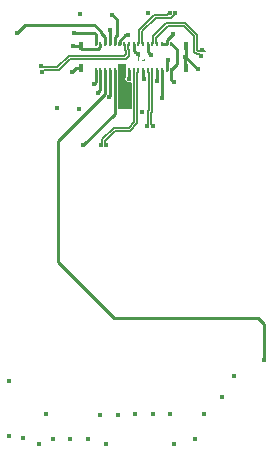
<source format=gbl>
G04*
G04 #@! TF.GenerationSoftware,Altium Limited,Altium Designer,22.10.1 (41)*
G04*
G04 Layer_Physical_Order=6*
G04 Layer_Color=16711680*
%FSLAX25Y25*%
%MOIN*%
G70*
G04*
G04 #@! TF.SameCoordinates,B1027B8B-ED15-4388-B4B1-B9FDCE3A8B77*
G04*
G04*
G04 #@! TF.FilePolarity,Positive*
G04*
G01*
G75*
%ADD26C,0.00546*%
%ADD28C,0.00882*%
%ADD29C,0.01500*%
%ADD33R,0.01220X0.02953*%
%ADD34R,0.01000X0.01800*%
G36*
X98284Y142003D02*
X98314Y141958D01*
X98350Y141914D01*
X98383Y141875D01*
X98417Y141842D01*
X98442Y141814D01*
X98453Y141806D01*
X98461Y141798D01*
X98464Y141795D01*
X98466Y141792D01*
X98525Y141745D01*
X98583Y141701D01*
X98638Y141662D01*
X98694Y141632D01*
X98741Y141604D01*
X98760Y141593D01*
X98777Y141585D01*
X98791Y141576D01*
X98802Y141574D01*
X98807Y141568D01*
X98810D01*
Y141341D01*
X98769Y141357D01*
X98727Y141377D01*
X98685Y141396D01*
X98647Y141416D01*
X98613Y141432D01*
X98586Y141446D01*
X98569Y141457D01*
X98566Y141460D01*
X98563D01*
X98514Y141490D01*
X98469Y141521D01*
X98431Y141549D01*
X98400Y141574D01*
X98372Y141593D01*
X98356Y141610D01*
X98342Y141621D01*
X98339Y141623D01*
Y140125D01*
X98104D01*
Y142050D01*
X98256D01*
X98284Y142003D01*
D02*
G37*
G36*
X99563Y140720D02*
Y140662D01*
X99569Y140612D01*
X99572Y140571D01*
X99577Y140538D01*
X99583Y140513D01*
X99586Y140493D01*
X99591Y140482D01*
Y140479D01*
X99602Y140452D01*
X99616Y140429D01*
X99633Y140410D01*
X99647Y140391D01*
X99663Y140380D01*
X99674Y140368D01*
X99683Y140363D01*
X99685Y140360D01*
X99713Y140346D01*
X99741Y140335D01*
X99768Y140330D01*
X99793Y140324D01*
X99818Y140321D01*
X99835Y140319D01*
X99852D01*
X99896Y140321D01*
X99937Y140332D01*
X99971Y140344D01*
X100001Y140360D01*
X100023Y140374D01*
X100040Y140388D01*
X100051Y140396D01*
X100054Y140399D01*
X100068Y140416D01*
X100079Y140435D01*
X100095Y140479D01*
X100112Y140529D01*
X100120Y140579D01*
X100128Y140626D01*
Y140646D01*
X100131Y140662D01*
X100134Y140679D01*
Y140690D01*
Y140695D01*
Y140698D01*
X100364Y140665D01*
Y140612D01*
X100361Y140565D01*
X100353Y140518D01*
X100347Y140477D01*
X100336Y140438D01*
X100325Y140404D01*
X100314Y140371D01*
X100303Y140344D01*
X100289Y140319D01*
X100278Y140296D01*
X100267Y140277D01*
X100256Y140263D01*
X100248Y140252D01*
X100242Y140241D01*
X100239Y140238D01*
X100237Y140235D01*
X100209Y140211D01*
X100181Y140188D01*
X100151Y140169D01*
X100118Y140152D01*
X100054Y140128D01*
X99993Y140111D01*
X99935Y140100D01*
X99913Y140097D01*
X99890Y140094D01*
X99874Y140092D01*
X99849D01*
X99788Y140094D01*
X99732Y140103D01*
X99683Y140114D01*
X99638Y140128D01*
X99602Y140139D01*
X99577Y140150D01*
X99561Y140158D01*
X99555Y140161D01*
X99511Y140188D01*
X99472Y140222D01*
X99442Y140255D01*
X99414Y140285D01*
X99395Y140316D01*
X99381Y140338D01*
X99372Y140355D01*
X99370Y140357D01*
Y140360D01*
X99350Y140416D01*
X99334Y140474D01*
X99322Y140538D01*
X99317Y140598D01*
X99311Y140651D01*
Y140673D01*
X99309Y140695D01*
Y140712D01*
Y140723D01*
Y140731D01*
Y140734D01*
Y142042D01*
X99563D01*
Y140720D01*
D02*
G37*
G36*
X94000Y134791D02*
X93850Y134429D01*
Y133971D01*
X94000Y133609D01*
Y133300D01*
X94274D01*
X94349Y133225D01*
X94771Y133050D01*
X95229D01*
X95500Y133162D01*
X95905Y132966D01*
X96000Y132870D01*
Y124000D01*
X91500D01*
Y139000D01*
X94000D01*
Y134791D01*
D02*
G37*
D26*
X118997Y141733D02*
X119233D01*
X117757Y143659D02*
Y148734D01*
X118077Y143340D02*
X120297D01*
X116711Y143226D02*
Y148301D01*
X117644Y142294D02*
X118437D01*
X119737Y143900D02*
X120297Y143340D01*
X116711Y143226D02*
X117644Y142294D01*
X119500Y143900D02*
X119737D01*
X118437Y142294D02*
X118997Y141733D01*
X117757Y143659D02*
X118077Y143340D01*
X113792Y152700D02*
X117757Y148734D01*
X113358Y151654D02*
X116711Y148301D01*
X104210Y147870D02*
X107994Y151654D01*
X103165Y148303D02*
X107561Y152700D01*
X107994Y151654D02*
X113358D01*
X107561Y152700D02*
X113792D01*
X71673Y136994D02*
X75379Y140700D01*
X94000D02*
X95206Y141906D01*
X74946Y141746D02*
X93567D01*
X94160Y142340D01*
X75379Y140700D02*
X94000D01*
X71240Y138040D02*
X74946Y141746D01*
X94160Y142340D02*
Y143331D01*
X95206Y141906D02*
Y143764D01*
X104248Y146010D02*
X104475Y145783D01*
X104248Y146010D02*
Y146692D01*
X104210Y146730D02*
X104248Y146692D01*
X104210Y146730D02*
Y147870D01*
X102900Y145783D02*
X103127Y146010D01*
Y146692D01*
X103165Y146730D01*
Y148303D01*
X99485Y149986D02*
X103977Y154477D01*
X98440Y150419D02*
X103544Y155523D01*
X103977Y154477D02*
X107865D01*
X99485Y146730D02*
Y149986D01*
X98440Y146730D02*
Y150419D01*
X103544Y155523D02*
X107865D01*
X101590Y123699D02*
Y136253D01*
X101552Y136291D02*
X101590Y136253D01*
X101527Y123637D02*
X101590Y123699D01*
X101325Y137200D02*
X101552Y136973D01*
Y136291D02*
Y136973D01*
X101527Y119185D02*
Y123637D01*
X101100Y118758D02*
X101527Y119185D01*
X101100Y118500D02*
Y118758D01*
X102673Y136291D02*
Y136973D01*
X102900Y137200D01*
X102636Y136253D02*
X102673Y136291D01*
X102636Y123266D02*
Y136253D01*
X102573Y119185D02*
Y123204D01*
X103000Y118500D02*
Y118758D01*
X102573Y119185D02*
X103000Y118758D01*
X102573Y123204D02*
X102636Y123266D01*
X107865Y154477D02*
X109089D01*
X107865Y155523D02*
X108342Y156000D01*
X110500Y155888D02*
Y156000D01*
X108342D02*
X108600D01*
X109089Y154477D02*
X110500Y155888D01*
X98402Y146692D02*
X98440Y146730D01*
X99523Y146010D02*
Y146692D01*
X99485Y146730D02*
X99523Y146692D01*
X93677Y144874D02*
X93714Y144836D01*
X93677Y144874D02*
Y145556D01*
X93450Y145783D02*
X93677Y145556D01*
X93714Y143777D02*
X94160Y143331D01*
X94761Y144210D02*
Y144836D01*
Y144210D02*
X95206Y143764D01*
X93714Y143777D02*
Y144836D01*
X94798Y145556D02*
X95025Y145783D01*
X94798Y144874D02*
Y145556D01*
X94761Y144836D02*
X94798Y144874D01*
X65936Y138600D02*
X66497Y138040D01*
X65700Y138600D02*
X65936D01*
X66203Y136433D02*
X66763Y136994D01*
X65967Y136433D02*
X66203D01*
X66763Y136994D02*
X71673D01*
X66497Y138040D02*
X71240D01*
X98175Y145783D02*
X98402Y146010D01*
Y146692D01*
X99523Y146010D02*
X99750Y145783D01*
X96864Y119723D02*
Y136253D01*
X97910Y119290D02*
Y136253D01*
X95439Y116818D02*
X97910Y119290D01*
X95005Y117864D02*
X96864Y119723D01*
X87073Y113523D02*
X90368Y116818D01*
X87500Y112100D02*
Y112358D01*
X85600D02*
X86027Y112785D01*
X85600Y112100D02*
Y112358D01*
X89934Y117864D02*
X95005D01*
X86027Y113956D02*
X89934Y117864D01*
X90368Y116818D02*
X95439D01*
X87073Y112785D02*
Y113523D01*
X86027Y112785D02*
Y113956D01*
X87073Y112785D02*
X87500Y112358D01*
X97948Y136973D02*
X98175Y137200D01*
X96827Y136291D02*
X96864Y136253D01*
X97910D02*
X97948Y136291D01*
Y136973D01*
X96600Y137200D02*
X96827Y136973D01*
Y136291D02*
Y136973D01*
D28*
X107684Y147184D02*
X109700Y149200D01*
X107625Y145783D02*
X107684Y145842D01*
Y147184D01*
X113932Y145101D02*
X113964Y145133D01*
X113900Y141600D02*
X113932Y141632D01*
X113900Y141600D02*
X118000Y137500D01*
X113900Y137914D02*
X113964Y137849D01*
X113932Y141632D02*
Y145101D01*
X113900Y137914D02*
Y141600D01*
X94582Y148691D02*
X94700Y148809D01*
X91934Y146856D02*
X93768Y148691D01*
X91934Y145842D02*
Y146856D01*
X93768Y148691D02*
X94582D01*
X91875Y145783D02*
X91934Y145842D01*
X83483Y149600D02*
X84000Y149083D01*
X76700Y149600D02*
X83483D01*
X84000Y145783D02*
Y149083D01*
X83531Y152282D02*
X85800Y150013D01*
X90300Y147983D02*
X90817Y148500D01*
X90300Y145783D02*
Y147983D01*
X90817Y148500D02*
X91000D01*
Y154000D01*
X89500Y155500D02*
X91000Y154000D01*
X85575Y130542D02*
Y137200D01*
X84700Y129500D02*
Y129667D01*
X85575Y130542D01*
X83500Y132500D02*
X84000Y133000D01*
Y137200D01*
X95000Y134200D02*
X95012Y134213D01*
Y137188D02*
X95025Y137200D01*
X95012Y134213D02*
Y137188D01*
X109200Y145783D02*
X111000Y143983D01*
X109200Y133800D02*
Y137200D01*
X111000Y139000D02*
Y143983D01*
X109200Y137200D02*
X111000Y139000D01*
X88713Y145796D02*
Y150388D01*
X88700Y150400D02*
X88713Y150388D01*
X107625Y137200D02*
Y140125D01*
X108000Y140500D01*
X76000Y136500D02*
X77350Y137849D01*
X79236D01*
X91875Y134625D02*
Y137200D01*
Y134625D02*
X92000Y134500D01*
X109200Y133800D02*
X110000Y133000D01*
X106050Y145783D02*
X107625D01*
X106050Y134200D02*
Y137200D01*
Y134200D02*
X106200Y134050D01*
Y127700D02*
Y134050D01*
X104475Y133525D02*
X104500Y133500D01*
X104475Y133525D02*
Y137200D01*
X99750Y134250D02*
X100000Y134000D01*
X99750Y134250D02*
Y137200D01*
X101325Y143175D02*
X102500Y142000D01*
X101325Y143175D02*
Y145783D01*
X97333Y143000D02*
X97833Y142500D01*
X98000D01*
X97000Y143000D02*
X97333D01*
X96600Y143400D02*
X97000Y143000D01*
X96600Y143400D02*
Y145783D01*
X76634Y145133D02*
X79236D01*
X76500Y145000D02*
X76634Y145133D01*
X79236Y144267D02*
X79461Y144042D01*
X84848D01*
X79236Y144267D02*
Y145133D01*
X85516Y144710D02*
Y145724D01*
X84848Y144042D02*
X85516Y144710D01*
Y145724D02*
X85575Y145783D01*
X85800Y149400D02*
X87100Y148100D01*
X85800Y149400D02*
Y150013D01*
X60482Y152282D02*
X83531D01*
X87100Y145833D02*
Y148100D01*
X88713Y145796D02*
X88725Y145783D01*
X57600Y149400D02*
X60482Y152282D01*
X140000Y40500D02*
Y52500D01*
X90000Y54500D02*
X138000D01*
X140000Y52500D01*
X71500Y73000D02*
X90000Y54500D01*
X71500Y73000D02*
Y113546D01*
X87150Y129195D01*
Y137200D01*
X79800Y112100D02*
X90300Y122600D01*
X87100Y145833D02*
X87150Y145783D01*
X88725Y128592D02*
Y137200D01*
X88500Y128367D02*
X88725Y128592D01*
X88500Y128200D02*
Y128367D01*
X90300Y122600D02*
Y137200D01*
D29*
X55000Y33600D02*
D03*
X109700Y149200D02*
D03*
X113900Y141600D02*
D03*
X119500Y143900D02*
D03*
X94700Y148809D02*
D03*
X76700Y149600D02*
D03*
X71200Y124400D02*
D03*
X84700Y129500D02*
D03*
X83500Y132500D02*
D03*
X95000Y134200D02*
D03*
X78600Y155900D02*
D03*
X85300Y22000D02*
D03*
X91300Y22200D02*
D03*
X101400Y156200D02*
D03*
X119233Y141733D02*
D03*
X126000Y28000D02*
D03*
X101100Y118500D02*
D03*
X103000D02*
D03*
X89500Y155500D02*
D03*
X88700Y150400D02*
D03*
X108000Y140500D02*
D03*
X78500Y124000D02*
D03*
X110500Y156000D02*
D03*
X108600D02*
D03*
X76000Y136500D02*
D03*
X99500Y123000D02*
D03*
X92500Y126500D02*
D03*
Y130500D02*
D03*
X118000Y137500D02*
D03*
X110000Y133000D02*
D03*
X104500Y133500D02*
D03*
X100000Y134000D02*
D03*
X102500Y142000D02*
D03*
X98000Y142500D02*
D03*
X76500Y145000D02*
D03*
X140000Y40500D02*
D03*
X79800Y112100D02*
D03*
X130000Y35000D02*
D03*
X55000Y15000D02*
D03*
X65000Y12500D02*
D03*
X67500Y22500D02*
D03*
X87500Y12500D02*
D03*
X120000Y22500D02*
D03*
X110000Y12500D02*
D03*
X57600Y149400D02*
D03*
X106200Y127700D02*
D03*
X117000Y14100D02*
D03*
X108900Y22500D02*
D03*
X103000D02*
D03*
X97200Y22300D02*
D03*
X81500Y14100D02*
D03*
X75500Y14000D02*
D03*
X69600D02*
D03*
X59800Y14500D02*
D03*
X65700Y138600D02*
D03*
X65967Y136433D02*
D03*
X88500Y128200D02*
D03*
X87500Y112100D02*
D03*
X85600D02*
D03*
D33*
X113964Y137849D02*
D03*
Y145133D02*
D03*
X79236D02*
D03*
Y137849D02*
D03*
D34*
X109200Y145783D02*
D03*
X107625D02*
D03*
X106050D02*
D03*
X104475D02*
D03*
X102900D02*
D03*
X101325D02*
D03*
X99750D02*
D03*
X98175D02*
D03*
X96600D02*
D03*
X95025D02*
D03*
X93450D02*
D03*
X91875D02*
D03*
X90300D02*
D03*
X88725D02*
D03*
X87150D02*
D03*
X85575D02*
D03*
X84000D02*
D03*
Y137200D02*
D03*
X85575D02*
D03*
X87150D02*
D03*
X88725D02*
D03*
X90300D02*
D03*
X91875D02*
D03*
X93450D02*
D03*
X95025D02*
D03*
X96600D02*
D03*
X98175D02*
D03*
X99750D02*
D03*
X101325D02*
D03*
X102900D02*
D03*
X104475D02*
D03*
X106050D02*
D03*
X107625D02*
D03*
X109200D02*
D03*
M02*

</source>
